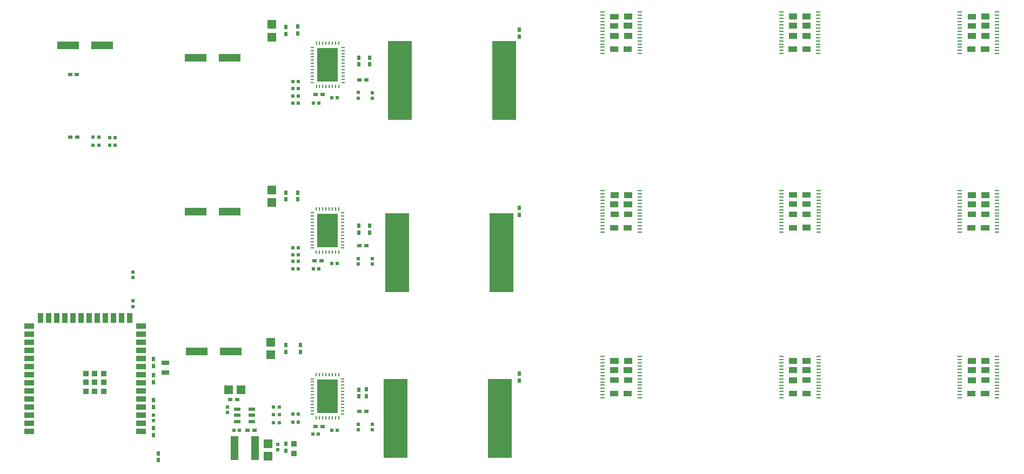
<source format=gbr>
%TF.GenerationSoftware,KiCad,Pcbnew,9.0.5*%
%TF.CreationDate,2025-10-28T20:55:24+05:00*%
%TF.ProjectId,LV08,4c563038-2e6b-4696-9361-645f70636258,rev?*%
%TF.SameCoordinates,Original*%
%TF.FileFunction,Paste,Top*%
%TF.FilePolarity,Positive*%
%FSLAX46Y46*%
G04 Gerber Fmt 4.6, Leading zero omitted, Abs format (unit mm)*
G04 Created by KiCad (PCBNEW 9.0.5) date 2025-10-28 20:55:24*
%MOMM*%
%LPD*%
G01*
G04 APERTURE LIST*
%ADD10C,0.001000*%
%ADD11R,0.540005X0.790094*%
%ADD12R,0.792000X0.221000*%
%ADD13R,1.350013X1.410008*%
%ADD14R,1.300000X0.700000*%
%ADD15R,0.540005X0.565659*%
%ADD16R,3.500000X1.200000*%
%ADD17R,0.565659X0.540005*%
%ADD18R,0.600000X0.250013*%
%ADD19R,0.250013X0.600000*%
%ADD20R,3.300000X5.300000*%
%ADD21R,1.072009X0.532004*%
%ADD22R,0.790094X0.540005*%
%ADD23R,1.500000X0.900000*%
%ADD24R,0.900000X1.500000*%
%ADD25R,0.900000X0.900000*%
%ADD26R,3.825019X12.350013*%
%ADD27R,3.825019X12.320015*%
%ADD28R,1.410008X1.350013*%
%ADD29R,0.864008X0.806477*%
%ADD30R,1.300000X3.700000*%
G04 APERTURE END LIST*
%TO.C,U17*%
D10*
X153563460Y-73438846D02*
X152363460Y-73438846D01*
X152363460Y-72648846D01*
X153563460Y-72648846D01*
X153563460Y-73438846D01*
G36*
X153563460Y-73438846D02*
G01*
X152363460Y-73438846D01*
X152363460Y-72648846D01*
X153563460Y-72648846D01*
X153563460Y-73438846D01*
G37*
X153593460Y-69768846D02*
X152393460Y-69768846D01*
X152393460Y-68978846D01*
X153593460Y-68978846D01*
X153593460Y-69768846D01*
G36*
X153593460Y-69768846D02*
G01*
X152393460Y-69768846D01*
X152393460Y-68978846D01*
X153593460Y-68978846D01*
X153593460Y-69768846D01*
G37*
X153613460Y-68328846D02*
X152413460Y-68328846D01*
X152413460Y-67538846D01*
X153613460Y-67538846D01*
X153613460Y-68328846D01*
G36*
X153613460Y-68328846D02*
G01*
X152413460Y-68328846D01*
X152413460Y-67538846D01*
X153613460Y-67538846D01*
X153613460Y-68328846D01*
G37*
X153613460Y-71358846D02*
X152413460Y-71358846D01*
X152413460Y-70568846D01*
X153613460Y-70568846D01*
X153613460Y-71358846D01*
G36*
X153613460Y-71358846D02*
G01*
X152413460Y-71358846D01*
X152413460Y-70568846D01*
X153613460Y-70568846D01*
X153613460Y-71358846D01*
G37*
X155693460Y-73433846D02*
X154493460Y-73433846D01*
X154493460Y-72643846D01*
X155693460Y-72643846D01*
X155693460Y-73433846D01*
G36*
X155693460Y-73433846D02*
G01*
X154493460Y-73433846D01*
X154493460Y-72643846D01*
X155693460Y-72643846D01*
X155693460Y-73433846D01*
G37*
X155723460Y-69763846D02*
X154523460Y-69763846D01*
X154523460Y-68973846D01*
X155723460Y-68973846D01*
X155723460Y-69763846D01*
G36*
X155723460Y-69763846D02*
G01*
X154523460Y-69763846D01*
X154523460Y-68973846D01*
X155723460Y-68973846D01*
X155723460Y-69763846D01*
G37*
X155743460Y-68323846D02*
X154543460Y-68323846D01*
X154543460Y-67533846D01*
X155743460Y-67533846D01*
X155743460Y-68323846D01*
G36*
X155743460Y-68323846D02*
G01*
X154543460Y-68323846D01*
X154543460Y-67533846D01*
X155743460Y-67533846D01*
X155743460Y-68323846D01*
G37*
X155743460Y-71353846D02*
X154543460Y-71353846D01*
X154543460Y-70563846D01*
X155743460Y-70563846D01*
X155743460Y-71353846D01*
G36*
X155743460Y-71353846D02*
G01*
X154543460Y-71353846D01*
X154543460Y-70563846D01*
X155743460Y-70563846D01*
X155743460Y-71353846D01*
G37*
%TO.C,U14*%
X153553529Y-45432806D02*
X152353529Y-45432806D01*
X152353529Y-44642806D01*
X153553529Y-44642806D01*
X153553529Y-45432806D01*
G36*
X153553529Y-45432806D02*
G01*
X152353529Y-45432806D01*
X152353529Y-44642806D01*
X153553529Y-44642806D01*
X153553529Y-45432806D01*
G37*
X153583529Y-41762806D02*
X152383529Y-41762806D01*
X152383529Y-40972806D01*
X153583529Y-40972806D01*
X153583529Y-41762806D01*
G36*
X153583529Y-41762806D02*
G01*
X152383529Y-41762806D01*
X152383529Y-40972806D01*
X153583529Y-40972806D01*
X153583529Y-41762806D01*
G37*
X153603529Y-40322806D02*
X152403529Y-40322806D01*
X152403529Y-39532806D01*
X153603529Y-39532806D01*
X153603529Y-40322806D01*
G36*
X153603529Y-40322806D02*
G01*
X152403529Y-40322806D01*
X152403529Y-39532806D01*
X153603529Y-39532806D01*
X153603529Y-40322806D01*
G37*
X153603529Y-43352806D02*
X152403529Y-43352806D01*
X152403529Y-42562806D01*
X153603529Y-42562806D01*
X153603529Y-43352806D01*
G36*
X153603529Y-43352806D02*
G01*
X152403529Y-43352806D01*
X152403529Y-42562806D01*
X153603529Y-42562806D01*
X153603529Y-43352806D01*
G37*
X155683529Y-45427806D02*
X154483529Y-45427806D01*
X154483529Y-44637806D01*
X155683529Y-44637806D01*
X155683529Y-45427806D01*
G36*
X155683529Y-45427806D02*
G01*
X154483529Y-45427806D01*
X154483529Y-44637806D01*
X155683529Y-44637806D01*
X155683529Y-45427806D01*
G37*
X155713529Y-41757806D02*
X154513529Y-41757806D01*
X154513529Y-40967806D01*
X155713529Y-40967806D01*
X155713529Y-41757806D01*
G36*
X155713529Y-41757806D02*
G01*
X154513529Y-41757806D01*
X154513529Y-40967806D01*
X155713529Y-40967806D01*
X155713529Y-41757806D01*
G37*
X155733529Y-40317806D02*
X154533529Y-40317806D01*
X154533529Y-39527806D01*
X155733529Y-39527806D01*
X155733529Y-40317806D01*
G36*
X155733529Y-40317806D02*
G01*
X154533529Y-40317806D01*
X154533529Y-39527806D01*
X155733529Y-39527806D01*
X155733529Y-40317806D01*
G37*
X155733529Y-43347806D02*
X154533529Y-43347806D01*
X154533529Y-42557806D01*
X155733529Y-42557806D01*
X155733529Y-43347806D01*
G36*
X155733529Y-43347806D02*
G01*
X154533529Y-43347806D01*
X154533529Y-42557806D01*
X155733529Y-42557806D01*
X155733529Y-43347806D01*
G37*
%TO.C,U23*%
X181554356Y-99439780D02*
X180354356Y-99439780D01*
X180354356Y-98649780D01*
X181554356Y-98649780D01*
X181554356Y-99439780D01*
G36*
X181554356Y-99439780D02*
G01*
X180354356Y-99439780D01*
X180354356Y-98649780D01*
X181554356Y-98649780D01*
X181554356Y-99439780D01*
G37*
X181584356Y-95769780D02*
X180384356Y-95769780D01*
X180384356Y-94979780D01*
X181584356Y-94979780D01*
X181584356Y-95769780D01*
G36*
X181584356Y-95769780D02*
G01*
X180384356Y-95769780D01*
X180384356Y-94979780D01*
X181584356Y-94979780D01*
X181584356Y-95769780D01*
G37*
X181604356Y-94329780D02*
X180404356Y-94329780D01*
X180404356Y-93539780D01*
X181604356Y-93539780D01*
X181604356Y-94329780D01*
G36*
X181604356Y-94329780D02*
G01*
X180404356Y-94329780D01*
X180404356Y-93539780D01*
X181604356Y-93539780D01*
X181604356Y-94329780D01*
G37*
X181604356Y-97359780D02*
X180404356Y-97359780D01*
X180404356Y-96569780D01*
X181604356Y-96569780D01*
X181604356Y-97359780D01*
G36*
X181604356Y-97359780D02*
G01*
X180404356Y-97359780D01*
X180404356Y-96569780D01*
X181604356Y-96569780D01*
X181604356Y-97359780D01*
G37*
X183684356Y-99434780D02*
X182484356Y-99434780D01*
X182484356Y-98644780D01*
X183684356Y-98644780D01*
X183684356Y-99434780D01*
G36*
X183684356Y-99434780D02*
G01*
X182484356Y-99434780D01*
X182484356Y-98644780D01*
X183684356Y-98644780D01*
X183684356Y-99434780D01*
G37*
X183714356Y-95764780D02*
X182514356Y-95764780D01*
X182514356Y-94974780D01*
X183714356Y-94974780D01*
X183714356Y-95764780D01*
G36*
X183714356Y-95764780D02*
G01*
X182514356Y-95764780D01*
X182514356Y-94974780D01*
X183714356Y-94974780D01*
X183714356Y-95764780D01*
G37*
X183734356Y-94324780D02*
X182534356Y-94324780D01*
X182534356Y-93534780D01*
X183734356Y-93534780D01*
X183734356Y-94324780D01*
G36*
X183734356Y-94324780D02*
G01*
X182534356Y-94324780D01*
X182534356Y-93534780D01*
X183734356Y-93534780D01*
X183734356Y-94324780D01*
G37*
X183734356Y-97354780D02*
X182534356Y-97354780D01*
X182534356Y-96564780D01*
X183734356Y-96564780D01*
X183734356Y-97354780D01*
G36*
X183734356Y-97354780D02*
G01*
X182534356Y-97354780D01*
X182534356Y-96564780D01*
X183734356Y-96564780D01*
X183734356Y-97354780D01*
G37*
%TO.C,U12*%
X209549876Y-45433641D02*
X208349876Y-45433641D01*
X208349876Y-44643641D01*
X209549876Y-44643641D01*
X209549876Y-45433641D01*
G36*
X209549876Y-45433641D02*
G01*
X208349876Y-45433641D01*
X208349876Y-44643641D01*
X209549876Y-44643641D01*
X209549876Y-45433641D01*
G37*
X209579876Y-41763641D02*
X208379876Y-41763641D01*
X208379876Y-40973641D01*
X209579876Y-40973641D01*
X209579876Y-41763641D01*
G36*
X209579876Y-41763641D02*
G01*
X208379876Y-41763641D01*
X208379876Y-40973641D01*
X209579876Y-40973641D01*
X209579876Y-41763641D01*
G37*
X209599876Y-40323641D02*
X208399876Y-40323641D01*
X208399876Y-39533641D01*
X209599876Y-39533641D01*
X209599876Y-40323641D01*
G36*
X209599876Y-40323641D02*
G01*
X208399876Y-40323641D01*
X208399876Y-39533641D01*
X209599876Y-39533641D01*
X209599876Y-40323641D01*
G37*
X209599876Y-43353641D02*
X208399876Y-43353641D01*
X208399876Y-42563641D01*
X209599876Y-42563641D01*
X209599876Y-43353641D01*
G36*
X209599876Y-43353641D02*
G01*
X208399876Y-43353641D01*
X208399876Y-42563641D01*
X209599876Y-42563641D01*
X209599876Y-43353641D01*
G37*
X211679876Y-45428641D02*
X210479876Y-45428641D01*
X210479876Y-44638641D01*
X211679876Y-44638641D01*
X211679876Y-45428641D01*
G36*
X211679876Y-45428641D02*
G01*
X210479876Y-45428641D01*
X210479876Y-44638641D01*
X211679876Y-44638641D01*
X211679876Y-45428641D01*
G37*
X211709876Y-41758641D02*
X210509876Y-41758641D01*
X210509876Y-40968641D01*
X211709876Y-40968641D01*
X211709876Y-41758641D01*
G36*
X211709876Y-41758641D02*
G01*
X210509876Y-41758641D01*
X210509876Y-40968641D01*
X211709876Y-40968641D01*
X211709876Y-41758641D01*
G37*
X211729876Y-40318641D02*
X210529876Y-40318641D01*
X210529876Y-39528641D01*
X211729876Y-39528641D01*
X211729876Y-40318641D01*
G36*
X211729876Y-40318641D02*
G01*
X210529876Y-40318641D01*
X210529876Y-39528641D01*
X211729876Y-39528641D01*
X211729876Y-40318641D01*
G37*
X211729876Y-43348641D02*
X210529876Y-43348641D01*
X210529876Y-42558641D01*
X211729876Y-42558641D01*
X211729876Y-43348641D01*
G36*
X211729876Y-43348641D02*
G01*
X210529876Y-43348641D01*
X210529876Y-42558641D01*
X211729876Y-42558641D01*
X211729876Y-43348641D01*
G37*
%TO.C,U16*%
X181554556Y-73428249D02*
X180354556Y-73428249D01*
X180354556Y-72638249D01*
X181554556Y-72638249D01*
X181554556Y-73428249D01*
G36*
X181554556Y-73428249D02*
G01*
X180354556Y-73428249D01*
X180354556Y-72638249D01*
X181554556Y-72638249D01*
X181554556Y-73428249D01*
G37*
X181584556Y-69758249D02*
X180384556Y-69758249D01*
X180384556Y-68968249D01*
X181584556Y-68968249D01*
X181584556Y-69758249D01*
G36*
X181584556Y-69758249D02*
G01*
X180384556Y-69758249D01*
X180384556Y-68968249D01*
X181584556Y-68968249D01*
X181584556Y-69758249D01*
G37*
X181604556Y-68318249D02*
X180404556Y-68318249D01*
X180404556Y-67528249D01*
X181604556Y-67528249D01*
X181604556Y-68318249D01*
G36*
X181604556Y-68318249D02*
G01*
X180404556Y-68318249D01*
X180404556Y-67528249D01*
X181604556Y-67528249D01*
X181604556Y-68318249D01*
G37*
X181604556Y-71348249D02*
X180404556Y-71348249D01*
X180404556Y-70558249D01*
X181604556Y-70558249D01*
X181604556Y-71348249D01*
G36*
X181604556Y-71348249D02*
G01*
X180404556Y-71348249D01*
X180404556Y-70558249D01*
X181604556Y-70558249D01*
X181604556Y-71348249D01*
G37*
X183684556Y-73423249D02*
X182484556Y-73423249D01*
X182484556Y-72633249D01*
X183684556Y-72633249D01*
X183684556Y-73423249D01*
G36*
X183684556Y-73423249D02*
G01*
X182484556Y-73423249D01*
X182484556Y-72633249D01*
X183684556Y-72633249D01*
X183684556Y-73423249D01*
G37*
X183714556Y-69753249D02*
X182514556Y-69753249D01*
X182514556Y-68963249D01*
X183714556Y-68963249D01*
X183714556Y-69753249D01*
G36*
X183714556Y-69753249D02*
G01*
X182514556Y-69753249D01*
X182514556Y-68963249D01*
X183714556Y-68963249D01*
X183714556Y-69753249D01*
G37*
X183734556Y-68313249D02*
X182534556Y-68313249D01*
X182534556Y-67523249D01*
X183734556Y-67523249D01*
X183734556Y-68313249D01*
G36*
X183734556Y-68313249D02*
G01*
X182534556Y-68313249D01*
X182534556Y-67523249D01*
X183734556Y-67523249D01*
X183734556Y-68313249D01*
G37*
X183734556Y-71343249D02*
X182534556Y-71343249D01*
X182534556Y-70553249D01*
X183734556Y-70553249D01*
X183734556Y-71343249D01*
G36*
X183734556Y-71343249D02*
G01*
X182534556Y-71343249D01*
X182534556Y-70553249D01*
X183734556Y-70553249D01*
X183734556Y-71343249D01*
G37*
%TO.C,U15*%
X209549999Y-73435734D02*
X208349999Y-73435734D01*
X208349999Y-72645734D01*
X209549999Y-72645734D01*
X209549999Y-73435734D01*
G36*
X209549999Y-73435734D02*
G01*
X208349999Y-73435734D01*
X208349999Y-72645734D01*
X209549999Y-72645734D01*
X209549999Y-73435734D01*
G37*
X209579999Y-69765734D02*
X208379999Y-69765734D01*
X208379999Y-68975734D01*
X209579999Y-68975734D01*
X209579999Y-69765734D01*
G36*
X209579999Y-69765734D02*
G01*
X208379999Y-69765734D01*
X208379999Y-68975734D01*
X209579999Y-68975734D01*
X209579999Y-69765734D01*
G37*
X209599999Y-68325734D02*
X208399999Y-68325734D01*
X208399999Y-67535734D01*
X209599999Y-67535734D01*
X209599999Y-68325734D01*
G36*
X209599999Y-68325734D02*
G01*
X208399999Y-68325734D01*
X208399999Y-67535734D01*
X209599999Y-67535734D01*
X209599999Y-68325734D01*
G37*
X209599999Y-71355734D02*
X208399999Y-71355734D01*
X208399999Y-70565734D01*
X209599999Y-70565734D01*
X209599999Y-71355734D01*
G36*
X209599999Y-71355734D02*
G01*
X208399999Y-71355734D01*
X208399999Y-70565734D01*
X209599999Y-70565734D01*
X209599999Y-71355734D01*
G37*
X211679999Y-73430734D02*
X210479999Y-73430734D01*
X210479999Y-72640734D01*
X211679999Y-72640734D01*
X211679999Y-73430734D01*
G36*
X211679999Y-73430734D02*
G01*
X210479999Y-73430734D01*
X210479999Y-72640734D01*
X211679999Y-72640734D01*
X211679999Y-73430734D01*
G37*
X211709999Y-69760734D02*
X210509999Y-69760734D01*
X210509999Y-68970734D01*
X211709999Y-68970734D01*
X211709999Y-69760734D01*
G36*
X211709999Y-69760734D02*
G01*
X210509999Y-69760734D01*
X210509999Y-68970734D01*
X211709999Y-68970734D01*
X211709999Y-69760734D01*
G37*
X211729999Y-68320734D02*
X210529999Y-68320734D01*
X210529999Y-67530734D01*
X211729999Y-67530734D01*
X211729999Y-68320734D01*
G36*
X211729999Y-68320734D02*
G01*
X210529999Y-68320734D01*
X210529999Y-67530734D01*
X211729999Y-67530734D01*
X211729999Y-68320734D01*
G37*
X211729999Y-71350734D02*
X210529999Y-71350734D01*
X210529999Y-70560734D01*
X211729999Y-70560734D01*
X211729999Y-71350734D01*
G36*
X211729999Y-71350734D02*
G01*
X210529999Y-71350734D01*
X210529999Y-70560734D01*
X211729999Y-70560734D01*
X211729999Y-71350734D01*
G37*
%TO.C,U22*%
X209550280Y-99440663D02*
X208350280Y-99440663D01*
X208350280Y-98650663D01*
X209550280Y-98650663D01*
X209550280Y-99440663D01*
G36*
X209550280Y-99440663D02*
G01*
X208350280Y-99440663D01*
X208350280Y-98650663D01*
X209550280Y-98650663D01*
X209550280Y-99440663D01*
G37*
X209580280Y-95770663D02*
X208380280Y-95770663D01*
X208380280Y-94980663D01*
X209580280Y-94980663D01*
X209580280Y-95770663D01*
G36*
X209580280Y-95770663D02*
G01*
X208380280Y-95770663D01*
X208380280Y-94980663D01*
X209580280Y-94980663D01*
X209580280Y-95770663D01*
G37*
X209600280Y-94330663D02*
X208400280Y-94330663D01*
X208400280Y-93540663D01*
X209600280Y-93540663D01*
X209600280Y-94330663D01*
G36*
X209600280Y-94330663D02*
G01*
X208400280Y-94330663D01*
X208400280Y-93540663D01*
X209600280Y-93540663D01*
X209600280Y-94330663D01*
G37*
X209600280Y-97360663D02*
X208400280Y-97360663D01*
X208400280Y-96570663D01*
X209600280Y-96570663D01*
X209600280Y-97360663D01*
G36*
X209600280Y-97360663D02*
G01*
X208400280Y-97360663D01*
X208400280Y-96570663D01*
X209600280Y-96570663D01*
X209600280Y-97360663D01*
G37*
X211680280Y-99435663D02*
X210480280Y-99435663D01*
X210480280Y-98645663D01*
X211680280Y-98645663D01*
X211680280Y-99435663D01*
G36*
X211680280Y-99435663D02*
G01*
X210480280Y-99435663D01*
X210480280Y-98645663D01*
X211680280Y-98645663D01*
X211680280Y-99435663D01*
G37*
X211710280Y-95765663D02*
X210510280Y-95765663D01*
X210510280Y-94975663D01*
X211710280Y-94975663D01*
X211710280Y-95765663D01*
G36*
X211710280Y-95765663D02*
G01*
X210510280Y-95765663D01*
X210510280Y-94975663D01*
X211710280Y-94975663D01*
X211710280Y-95765663D01*
G37*
X211730280Y-94325663D02*
X210530280Y-94325663D01*
X210530280Y-93535663D01*
X211730280Y-93535663D01*
X211730280Y-94325663D01*
G36*
X211730280Y-94325663D02*
G01*
X210530280Y-94325663D01*
X210530280Y-93535663D01*
X211730280Y-93535663D01*
X211730280Y-94325663D01*
G37*
X211730280Y-97355663D02*
X210530280Y-97355663D01*
X210530280Y-96565663D01*
X211730280Y-96565663D01*
X211730280Y-97355663D01*
G36*
X211730280Y-97355663D02*
G01*
X210530280Y-97355663D01*
X210530280Y-96565663D01*
X211730280Y-96565663D01*
X211730280Y-97355663D01*
G37*
%TO.C,U13*%
X181537597Y-45429575D02*
X180337597Y-45429575D01*
X180337597Y-44639575D01*
X181537597Y-44639575D01*
X181537597Y-45429575D01*
G36*
X181537597Y-45429575D02*
G01*
X180337597Y-45429575D01*
X180337597Y-44639575D01*
X181537597Y-44639575D01*
X181537597Y-45429575D01*
G37*
X181567597Y-41759575D02*
X180367597Y-41759575D01*
X180367597Y-40969575D01*
X181567597Y-40969575D01*
X181567597Y-41759575D01*
G36*
X181567597Y-41759575D02*
G01*
X180367597Y-41759575D01*
X180367597Y-40969575D01*
X181567597Y-40969575D01*
X181567597Y-41759575D01*
G37*
X181587597Y-40319575D02*
X180387597Y-40319575D01*
X180387597Y-39529575D01*
X181587597Y-39529575D01*
X181587597Y-40319575D01*
G36*
X181587597Y-40319575D02*
G01*
X180387597Y-40319575D01*
X180387597Y-39529575D01*
X181587597Y-39529575D01*
X181587597Y-40319575D01*
G37*
X181587597Y-43349575D02*
X180387597Y-43349575D01*
X180387597Y-42559575D01*
X181587597Y-42559575D01*
X181587597Y-43349575D01*
G36*
X181587597Y-43349575D02*
G01*
X180387597Y-43349575D01*
X180387597Y-42559575D01*
X181587597Y-42559575D01*
X181587597Y-43349575D01*
G37*
X183667597Y-45424575D02*
X182467597Y-45424575D01*
X182467597Y-44634575D01*
X183667597Y-44634575D01*
X183667597Y-45424575D01*
G36*
X183667597Y-45424575D02*
G01*
X182467597Y-45424575D01*
X182467597Y-44634575D01*
X183667597Y-44634575D01*
X183667597Y-45424575D01*
G37*
X183697597Y-41754575D02*
X182497597Y-41754575D01*
X182497597Y-40964575D01*
X183697597Y-40964575D01*
X183697597Y-41754575D01*
G36*
X183697597Y-41754575D02*
G01*
X182497597Y-41754575D01*
X182497597Y-40964575D01*
X183697597Y-40964575D01*
X183697597Y-41754575D01*
G37*
X183717597Y-40314575D02*
X182517597Y-40314575D01*
X182517597Y-39524575D01*
X183717597Y-39524575D01*
X183717597Y-40314575D01*
G36*
X183717597Y-40314575D02*
G01*
X182517597Y-40314575D01*
X182517597Y-39524575D01*
X183717597Y-39524575D01*
X183717597Y-40314575D01*
G37*
X183717597Y-43344575D02*
X182517597Y-43344575D01*
X182517597Y-42554575D01*
X183717597Y-42554575D01*
X183717597Y-43344575D01*
G36*
X183717597Y-43344575D02*
G01*
X182517597Y-43344575D01*
X182517597Y-42554575D01*
X183717597Y-42554575D01*
X183717597Y-43344575D01*
G37*
%TO.C,U24*%
X153554331Y-99435325D02*
X152354331Y-99435325D01*
X152354331Y-98645325D01*
X153554331Y-98645325D01*
X153554331Y-99435325D01*
G36*
X153554331Y-99435325D02*
G01*
X152354331Y-99435325D01*
X152354331Y-98645325D01*
X153554331Y-98645325D01*
X153554331Y-99435325D01*
G37*
X153584331Y-95765325D02*
X152384331Y-95765325D01*
X152384331Y-94975325D01*
X153584331Y-94975325D01*
X153584331Y-95765325D01*
G36*
X153584331Y-95765325D02*
G01*
X152384331Y-95765325D01*
X152384331Y-94975325D01*
X153584331Y-94975325D01*
X153584331Y-95765325D01*
G37*
X153604331Y-94325325D02*
X152404331Y-94325325D01*
X152404331Y-93535325D01*
X153604331Y-93535325D01*
X153604331Y-94325325D01*
G36*
X153604331Y-94325325D02*
G01*
X152404331Y-94325325D01*
X152404331Y-93535325D01*
X153604331Y-93535325D01*
X153604331Y-94325325D01*
G37*
X153604331Y-97355325D02*
X152404331Y-97355325D01*
X152404331Y-96565325D01*
X153604331Y-96565325D01*
X153604331Y-97355325D01*
G36*
X153604331Y-97355325D02*
G01*
X152404331Y-97355325D01*
X152404331Y-96565325D01*
X153604331Y-96565325D01*
X153604331Y-97355325D01*
G37*
X155684331Y-99430325D02*
X154484331Y-99430325D01*
X154484331Y-98640325D01*
X155684331Y-98640325D01*
X155684331Y-99430325D01*
G36*
X155684331Y-99430325D02*
G01*
X154484331Y-99430325D01*
X154484331Y-98640325D01*
X155684331Y-98640325D01*
X155684331Y-99430325D01*
G37*
X155714331Y-95760325D02*
X154514331Y-95760325D01*
X154514331Y-94970325D01*
X155714331Y-94970325D01*
X155714331Y-95760325D01*
G36*
X155714331Y-95760325D02*
G01*
X154514331Y-95760325D01*
X154514331Y-94970325D01*
X155714331Y-94970325D01*
X155714331Y-95760325D01*
G37*
X155734331Y-94320325D02*
X154534331Y-94320325D01*
X154534331Y-93530325D01*
X155734331Y-93530325D01*
X155734331Y-94320325D01*
G36*
X155734331Y-94320325D02*
G01*
X154534331Y-94320325D01*
X154534331Y-93530325D01*
X155734331Y-93530325D01*
X155734331Y-94320325D01*
G37*
X155734331Y-97350325D02*
X154534331Y-97350325D01*
X154534331Y-96560325D01*
X155734331Y-96560325D01*
X155734331Y-97350325D01*
G36*
X155734331Y-97350325D02*
G01*
X154534331Y-97350325D01*
X154534331Y-96560325D01*
X155734331Y-96560325D01*
X155734331Y-97350325D01*
G37*
%TD*%
D11*
%TO.C,C80*%
X81600000Y-109545085D03*
X81600000Y-108454915D03*
%TD*%
%TO.C,C29*%
X101600000Y-67559830D03*
X101600000Y-68650000D03*
%TD*%
D12*
%TO.C,U17*%
X157029460Y-73791846D03*
X157029460Y-73289846D03*
X157029460Y-72787846D03*
X157029460Y-72285846D03*
X157029460Y-71783846D03*
X157029460Y-71281846D03*
X157029460Y-70779846D03*
X157029460Y-70277846D03*
X157029460Y-69775846D03*
X157029460Y-69273846D03*
X157029460Y-68771846D03*
X157029460Y-68269846D03*
X157029460Y-67767846D03*
X157029460Y-67265846D03*
X151197460Y-67278846D03*
X151197460Y-67778846D03*
X151197460Y-68278846D03*
X151197460Y-68778846D03*
X151197460Y-69278846D03*
X151197460Y-69775846D03*
X151197460Y-70278846D03*
X151197460Y-70779846D03*
X151197460Y-71281846D03*
X151197460Y-71783846D03*
X151197460Y-72285846D03*
X151197460Y-72778846D03*
X151197460Y-73289846D03*
X151197460Y-73778846D03*
%TD*%
D13*
%TO.C,C2*%
X99400000Y-41225000D03*
X99400000Y-43225000D03*
%TD*%
D14*
%TO.C,Y1*%
X82700000Y-95799987D03*
X82700000Y-94299987D03*
%TD*%
D15*
%TO.C,R47*%
X112887533Y-103900888D03*
X112887533Y-104766522D03*
%TD*%
D16*
%TO.C,C85*%
X72820053Y-44525000D03*
X67479947Y-44525000D03*
%TD*%
D11*
%TO.C,C65*%
X114200000Y-98459830D03*
X114200000Y-99550000D03*
%TD*%
D17*
%TO.C,R59*%
X71365839Y-60123396D03*
X72231473Y-60123396D03*
%TD*%
D18*
%TO.C,U2*%
X110497759Y-76273529D03*
X110497759Y-75773657D03*
X110497759Y-75273529D03*
X110497759Y-74773657D03*
X110497759Y-74273529D03*
X110497759Y-73773657D03*
X110497759Y-73273529D03*
X110497759Y-72773657D03*
X110497759Y-72273529D03*
X110497759Y-71773657D03*
X110497759Y-71273529D03*
X110497759Y-70773657D03*
D19*
X109847772Y-70123669D03*
X109347645Y-70123669D03*
X108847772Y-70123669D03*
X108347645Y-70123669D03*
X107847772Y-70123669D03*
X107347645Y-70123669D03*
X106847772Y-70123669D03*
X106347645Y-70123669D03*
D18*
X105697658Y-70773657D03*
X105697658Y-71273529D03*
X105697658Y-71773657D03*
X105697658Y-72273529D03*
X105697658Y-72773657D03*
X105697658Y-73273529D03*
X105697658Y-73773657D03*
X105697658Y-74273529D03*
X105697658Y-74773657D03*
X105697658Y-75273529D03*
X105697658Y-75773657D03*
X105697658Y-76273529D03*
D19*
X106347645Y-76923517D03*
X106847772Y-76923517D03*
X107347645Y-76923517D03*
X107847772Y-76923517D03*
X108347645Y-76923517D03*
X108847772Y-76923517D03*
X109347645Y-76923517D03*
X109847772Y-76923517D03*
D20*
X108097709Y-73523720D03*
%TD*%
D15*
%TO.C,R52*%
X80800000Y-102467183D03*
X80800000Y-103332817D03*
%TD*%
D13*
%TO.C,C265*%
X98750000Y-106950000D03*
X98750000Y-108950000D03*
%TD*%
D11*
%TO.C,C41*%
X138100000Y-70004915D03*
X138100000Y-71095085D03*
%TD*%
D15*
%TO.C,R4*%
X115100000Y-51900000D03*
X115100000Y-52765634D03*
%TD*%
%TO.C,R56*%
X77600000Y-84567183D03*
X77600000Y-85432817D03*
%TD*%
D17*
%TO.C,R143*%
X99654090Y-103627538D03*
X100519724Y-103627538D03*
%TD*%
D12*
%TO.C,U14*%
X157019529Y-45785806D03*
X157019529Y-45283806D03*
X157019529Y-44781806D03*
X157019529Y-44279806D03*
X157019529Y-43777806D03*
X157019529Y-43275806D03*
X157019529Y-42773806D03*
X157019529Y-42271806D03*
X157019529Y-41769806D03*
X157019529Y-41267806D03*
X157019529Y-40765806D03*
X157019529Y-40263806D03*
X157019529Y-39761806D03*
X157019529Y-39259806D03*
X151187529Y-39272806D03*
X151187529Y-39772806D03*
X151187529Y-40272806D03*
X151187529Y-40772806D03*
X151187529Y-41272806D03*
X151187529Y-41769806D03*
X151187529Y-42272806D03*
X151187529Y-42773806D03*
X151187529Y-43275806D03*
X151187529Y-43777806D03*
X151187529Y-44279806D03*
X151187529Y-44772806D03*
X151187529Y-45283806D03*
X151187529Y-45772806D03*
%TD*%
D21*
%TO.C,U27*%
X96244792Y-103468478D03*
X96244792Y-102518516D03*
X96244792Y-101568554D03*
X93946596Y-101568554D03*
X93946596Y-102518516D03*
X93946596Y-103468478D03*
%TD*%
D17*
%TO.C,R136*%
X102663546Y-79530814D03*
X103529180Y-79530814D03*
%TD*%
%TO.C,R134*%
X102657727Y-77296043D03*
X103523361Y-77296043D03*
%TD*%
%TO.C,R3*%
X105860490Y-53527141D03*
X106726124Y-53527141D03*
%TD*%
D22*
%TO.C,C22*%
X96639814Y-104819569D03*
X95549644Y-104819569D03*
%TD*%
D12*
%TO.C,U23*%
X185020356Y-99792780D03*
X185020356Y-99290780D03*
X185020356Y-98788780D03*
X185020356Y-98286780D03*
X185020356Y-97784780D03*
X185020356Y-97282780D03*
X185020356Y-96780780D03*
X185020356Y-96278780D03*
X185020356Y-95776780D03*
X185020356Y-95274780D03*
X185020356Y-94772780D03*
X185020356Y-94270780D03*
X185020356Y-93768780D03*
X185020356Y-93266780D03*
X179188356Y-93279780D03*
X179188356Y-93779780D03*
X179188356Y-94279780D03*
X179188356Y-94779780D03*
X179188356Y-95279780D03*
X179188356Y-95776780D03*
X179188356Y-96279780D03*
X179188356Y-96780780D03*
X179188356Y-97282780D03*
X179188356Y-97784780D03*
X179188356Y-98286780D03*
X179188356Y-98779780D03*
X179188356Y-99290780D03*
X179188356Y-99779780D03*
%TD*%
D22*
%TO.C,C263*%
X114146591Y-101918715D03*
X113056421Y-101918715D03*
%TD*%
D11*
%TO.C,C32*%
X114675000Y-72784830D03*
X114675000Y-73875000D03*
%TD*%
%TO.C,C9*%
X114720400Y-46398030D03*
X114720400Y-47488200D03*
%TD*%
%TO.C,C12*%
X138100000Y-42004915D03*
X138100000Y-43095085D03*
%TD*%
D12*
%TO.C,U12*%
X213015876Y-45786641D03*
X213015876Y-45284641D03*
X213015876Y-44782641D03*
X213015876Y-44280641D03*
X213015876Y-43778641D03*
X213015876Y-43276641D03*
X213015876Y-42774641D03*
X213015876Y-42272641D03*
X213015876Y-41770641D03*
X213015876Y-41268641D03*
X213015876Y-40766641D03*
X213015876Y-40264641D03*
X213015876Y-39762641D03*
X213015876Y-39260641D03*
X207183876Y-39273641D03*
X207183876Y-39773641D03*
X207183876Y-40273641D03*
X207183876Y-40773641D03*
X207183876Y-41273641D03*
X207183876Y-41770641D03*
X207183876Y-42273641D03*
X207183876Y-42774641D03*
X207183876Y-43276641D03*
X207183876Y-43778641D03*
X207183876Y-44280641D03*
X207183876Y-44773641D03*
X207183876Y-45284641D03*
X207183876Y-45773641D03*
%TD*%
D11*
%TO.C,C264*%
X101550000Y-107000000D03*
X101550000Y-108090170D03*
%TD*%
D17*
%TO.C,R62*%
X73960349Y-58926343D03*
X74825983Y-58926343D03*
%TD*%
D22*
%TO.C,C86*%
X68840170Y-49050000D03*
X67750000Y-49050000D03*
%TD*%
D23*
%TO.C,U7*%
X78848382Y-105043795D03*
X78848382Y-103773792D03*
X78848382Y-102503790D03*
X78848382Y-101233787D03*
X78848382Y-99963785D03*
X78848382Y-98693782D03*
X78848382Y-97423780D03*
X78848382Y-96153777D03*
X78848382Y-94883774D03*
X78848382Y-93613772D03*
X78848382Y-92343769D03*
X78848382Y-91073767D03*
X78848382Y-89803764D03*
X78848382Y-88533762D03*
D24*
X77083332Y-87253853D03*
X75813329Y-87253853D03*
X74543327Y-87253853D03*
X73273324Y-87253853D03*
X72003322Y-87253853D03*
X70733319Y-87253853D03*
X69463317Y-87253853D03*
X68193314Y-87253853D03*
X66923312Y-87253853D03*
X65653309Y-87253853D03*
X64383307Y-87253853D03*
X63113304Y-87283825D03*
D23*
X61348254Y-88533762D03*
X61348254Y-89803764D03*
X61348254Y-91073767D03*
X61348254Y-92343769D03*
X61348254Y-93613772D03*
X61348254Y-94883774D03*
X61348254Y-96153777D03*
X61348254Y-97423780D03*
X61348254Y-98693782D03*
X61348254Y-99963785D03*
X61348254Y-101233787D03*
X61348254Y-102503790D03*
X61348254Y-103773792D03*
X61348254Y-105043795D03*
D25*
X72998496Y-98723754D03*
X72998496Y-97323703D03*
X72998496Y-95923653D03*
X71598445Y-98723754D03*
X71598445Y-97323703D03*
X71598445Y-95923653D03*
X70198394Y-98723754D03*
X70198394Y-97323703D03*
X70198394Y-95923653D03*
%TD*%
D17*
%TO.C,R44*%
X108772679Y-104830063D03*
X109638313Y-104830063D03*
%TD*%
D26*
%TO.C,L1*%
X119444908Y-50000000D03*
D27*
X135800000Y-50000000D03*
%TD*%
D17*
%TO.C,R14*%
X102667183Y-50200000D03*
X103532817Y-50200000D03*
%TD*%
D11*
%TO.C,C79*%
X80800000Y-100104915D03*
X80800000Y-101195085D03*
%TD*%
D22*
%TO.C,C21*%
X93940170Y-100050000D03*
X92850000Y-100050000D03*
%TD*%
D11*
%TO.C,C68*%
X138100000Y-96004915D03*
X138100000Y-97095085D03*
%TD*%
D17*
%TO.C,R41*%
X99660683Y-101193936D03*
X100526317Y-101193936D03*
%TD*%
D11*
%TO.C,C7*%
X101600000Y-41604915D03*
X101600000Y-42695085D03*
%TD*%
D17*
%TO.C,R22*%
X105900000Y-79500000D03*
X106765634Y-79500000D03*
%TD*%
D11*
%TO.C,C78*%
X80800000Y-93704915D03*
X80800000Y-94795085D03*
%TD*%
D22*
%TO.C,C19*%
X114145085Y-49900000D03*
X113054915Y-49900000D03*
%TD*%
D11*
%TO.C,C30*%
X103397439Y-67566182D03*
X103397439Y-68656352D03*
%TD*%
D12*
%TO.C,U16*%
X185020556Y-73781249D03*
X185020556Y-73279249D03*
X185020556Y-72777249D03*
X185020556Y-72275249D03*
X185020556Y-71773249D03*
X185020556Y-71271249D03*
X185020556Y-70769249D03*
X185020556Y-70267249D03*
X185020556Y-69765249D03*
X185020556Y-69263249D03*
X185020556Y-68761249D03*
X185020556Y-68259249D03*
X185020556Y-67757249D03*
X185020556Y-67255249D03*
X179188556Y-67268249D03*
X179188556Y-67768249D03*
X179188556Y-68268249D03*
X179188556Y-68768249D03*
X179188556Y-69268249D03*
X179188556Y-69765249D03*
X179188556Y-70268249D03*
X179188556Y-70769249D03*
X179188556Y-71271249D03*
X179188556Y-71773249D03*
X179188556Y-72275249D03*
X179188556Y-72768249D03*
X179188556Y-73279249D03*
X179188556Y-73768249D03*
%TD*%
D17*
%TO.C,R141*%
X99659908Y-102359575D03*
X100525542Y-102359575D03*
%TD*%
%TO.C,R15*%
X102650000Y-51300000D03*
X103515634Y-51300000D03*
%TD*%
D28*
%TO.C,C20*%
X94550000Y-98500000D03*
X92550000Y-98500000D03*
%TD*%
D22*
%TO.C,C73*%
X106262497Y-104224845D03*
X107352667Y-104224845D03*
%TD*%
D11*
%TO.C,C8*%
X103400000Y-41559830D03*
X103400000Y-42650000D03*
%TD*%
D16*
%TO.C,C23*%
X92748643Y-70525678D03*
X87408537Y-70525678D03*
%TD*%
D22*
%TO.C,C262*%
X113059830Y-75900000D03*
X114150000Y-75900000D03*
%TD*%
D17*
%TO.C,R16*%
X102667183Y-52450000D03*
X103532817Y-52450000D03*
%TD*%
D15*
%TO.C,R54*%
X77600000Y-80932817D03*
X77600000Y-80067183D03*
%TD*%
D11*
%TO.C,C58*%
X113030000Y-98464115D03*
X113030000Y-99554285D03*
%TD*%
D17*
%TO.C,R8*%
X108759837Y-52726548D03*
X109625471Y-52726548D03*
%TD*%
D15*
%TO.C,R13*%
X112897540Y-51886550D03*
X112897540Y-52752184D03*
%TD*%
D22*
%TO.C,C46*%
X106054915Y-78250000D03*
X107145085Y-78250000D03*
%TD*%
D11*
%TO.C,C57*%
X103886000Y-91453715D03*
X103886000Y-92543885D03*
%TD*%
D16*
%TO.C,C1*%
X92942424Y-92526880D03*
X87602318Y-92526880D03*
%TD*%
D11*
%TO.C,C56*%
X101600000Y-91453715D03*
X101600000Y-92543885D03*
%TD*%
D17*
%TO.C,R135*%
X102660675Y-78389146D03*
X103526309Y-78389146D03*
%TD*%
D29*
%TO.C,R147*%
X102875000Y-106950000D03*
X102875000Y-108456732D03*
%TD*%
D22*
%TO.C,C18*%
X106232493Y-52216700D03*
X107322663Y-52216700D03*
%TD*%
D17*
%TO.C,R145*%
X93430733Y-104825428D03*
X94296367Y-104825428D03*
%TD*%
%TO.C,R27*%
X108763828Y-78720491D03*
X109629462Y-78720491D03*
%TD*%
D18*
%TO.C,U4*%
X110493101Y-102271218D03*
X110493101Y-101771346D03*
X110493101Y-101271218D03*
X110493101Y-100771346D03*
X110493101Y-100271218D03*
X110493101Y-99771346D03*
X110493101Y-99271218D03*
X110493101Y-98771346D03*
X110493101Y-98271218D03*
X110493101Y-97771346D03*
X110493101Y-97271218D03*
X110493101Y-96771346D03*
D19*
X109843114Y-96121358D03*
X109342987Y-96121358D03*
X108843114Y-96121358D03*
X108342987Y-96121358D03*
X107843114Y-96121358D03*
X107342987Y-96121358D03*
X106843114Y-96121358D03*
X106342987Y-96121358D03*
D18*
X105693000Y-96771346D03*
X105693000Y-97271218D03*
X105693000Y-97771346D03*
X105693000Y-98271218D03*
X105693000Y-98771346D03*
X105693000Y-99271218D03*
X105693000Y-99771346D03*
X105693000Y-100271218D03*
X105693000Y-100771346D03*
X105693000Y-101271218D03*
X105693000Y-101771346D03*
X105693000Y-102271218D03*
D19*
X106342987Y-102921206D03*
X106843114Y-102921206D03*
X107342987Y-102921206D03*
X107843114Y-102921206D03*
X108342987Y-102921206D03*
X108843114Y-102921206D03*
X109342987Y-102921206D03*
X109843114Y-102921206D03*
D20*
X108093051Y-99521409D03*
%TD*%
D12*
%TO.C,U15*%
X213015999Y-73788734D03*
X213015999Y-73286734D03*
X213015999Y-72784734D03*
X213015999Y-72282734D03*
X213015999Y-71780734D03*
X213015999Y-71278734D03*
X213015999Y-70776734D03*
X213015999Y-70274734D03*
X213015999Y-69772734D03*
X213015999Y-69270734D03*
X213015999Y-68768734D03*
X213015999Y-68266734D03*
X213015999Y-67764734D03*
X213015999Y-67262734D03*
X207183999Y-67275734D03*
X207183999Y-67775734D03*
X207183999Y-68275734D03*
X207183999Y-68775734D03*
X207183999Y-69275734D03*
X207183999Y-69772734D03*
X207183999Y-70275734D03*
X207183999Y-70776734D03*
X207183999Y-71278734D03*
X207183999Y-71780734D03*
X207183999Y-72282734D03*
X207183999Y-72775734D03*
X207183999Y-73286734D03*
X207183999Y-73775734D03*
%TD*%
D11*
%TO.C,C77*%
X80800000Y-97300000D03*
X80800000Y-96209830D03*
%TD*%
D17*
%TO.C,R133*%
X102656974Y-76201474D03*
X103522608Y-76201474D03*
%TD*%
%TO.C,R38*%
X105775000Y-105450000D03*
X106640634Y-105450000D03*
%TD*%
D15*
%TO.C,R23*%
X115100000Y-78782817D03*
X115100000Y-77917183D03*
%TD*%
D11*
%TO.C,C31*%
X113000000Y-72759830D03*
X113000000Y-73850000D03*
%TD*%
D17*
%TO.C,R60*%
X73967183Y-60134200D03*
X74832817Y-60134200D03*
%TD*%
D12*
%TO.C,U22*%
X213016280Y-99793663D03*
X213016280Y-99291663D03*
X213016280Y-98789663D03*
X213016280Y-98287663D03*
X213016280Y-97785663D03*
X213016280Y-97283663D03*
X213016280Y-96781663D03*
X213016280Y-96279663D03*
X213016280Y-95777663D03*
X213016280Y-95275663D03*
X213016280Y-94773663D03*
X213016280Y-94271663D03*
X213016280Y-93769663D03*
X213016280Y-93267663D03*
X207184280Y-93280663D03*
X207184280Y-93780663D03*
X207184280Y-94280663D03*
X207184280Y-94780663D03*
X207184280Y-95280663D03*
X207184280Y-95777663D03*
X207184280Y-96280663D03*
X207184280Y-96781663D03*
X207184280Y-97283663D03*
X207184280Y-97785663D03*
X207184280Y-98287663D03*
X207184280Y-98780663D03*
X207184280Y-99291663D03*
X207184280Y-99780663D03*
%TD*%
D11*
%TO.C,C11*%
X113025000Y-46400000D03*
X113025000Y-47490170D03*
%TD*%
D26*
%TO.C,L2*%
X118972454Y-77000000D03*
D27*
X135327546Y-77000000D03*
%TD*%
D13*
%TO.C,C27*%
X99400000Y-67150000D03*
X99400000Y-69150000D03*
%TD*%
D11*
%TO.C,C81*%
X80800000Y-105595085D03*
X80800000Y-104504915D03*
%TD*%
D18*
%TO.C,U1*%
X110500114Y-50300012D03*
X110500114Y-49800140D03*
X110500114Y-49300012D03*
X110500114Y-48800140D03*
X110500114Y-48300012D03*
X110500114Y-47800140D03*
X110500114Y-47300012D03*
X110500114Y-46800140D03*
X110500114Y-46300012D03*
X110500114Y-45800140D03*
X110500114Y-45300012D03*
X110500114Y-44800140D03*
D19*
X109850127Y-44150152D03*
X109350000Y-44150152D03*
X108850127Y-44150152D03*
X108350000Y-44150152D03*
X107850127Y-44150152D03*
X107350000Y-44150152D03*
X106850127Y-44150152D03*
X106350000Y-44150152D03*
D18*
X105700013Y-44800140D03*
X105700013Y-45300012D03*
X105700013Y-45800140D03*
X105700013Y-46300012D03*
X105700013Y-46800140D03*
X105700013Y-47300012D03*
X105700013Y-47800140D03*
X105700013Y-48300012D03*
X105700013Y-48800140D03*
X105700013Y-49300012D03*
X105700013Y-49800140D03*
X105700013Y-50300012D03*
D19*
X106350000Y-50950000D03*
X106850127Y-50950000D03*
X107350000Y-50950000D03*
X107850127Y-50950000D03*
X108350000Y-50950000D03*
X108850127Y-50950000D03*
X109350000Y-50950000D03*
X109850127Y-50950000D03*
D20*
X108100064Y-47550203D03*
%TD*%
D17*
%TO.C,R142*%
X102667183Y-102320239D03*
X103532817Y-102320239D03*
%TD*%
D15*
%TO.C,R146*%
X92400000Y-102082817D03*
X92400000Y-101217183D03*
%TD*%
D17*
%TO.C,R144*%
X102667183Y-103624749D03*
X103532817Y-103624749D03*
%TD*%
D16*
%TO.C,C50*%
X92767051Y-46462014D03*
X87426945Y-46462014D03*
%TD*%
D26*
%TO.C,L4*%
X118744908Y-102950000D03*
D27*
X135100000Y-102950000D03*
%TD*%
D12*
%TO.C,U13*%
X185003597Y-45782575D03*
X185003597Y-45280575D03*
X185003597Y-44778575D03*
X185003597Y-44276575D03*
X185003597Y-43774575D03*
X185003597Y-43272575D03*
X185003597Y-42770575D03*
X185003597Y-42268575D03*
X185003597Y-41766575D03*
X185003597Y-41264575D03*
X185003597Y-40762575D03*
X185003597Y-40260575D03*
X185003597Y-39758575D03*
X185003597Y-39256575D03*
X179171597Y-39269575D03*
X179171597Y-39769575D03*
X179171597Y-40269575D03*
X179171597Y-40769575D03*
X179171597Y-41269575D03*
X179171597Y-41766575D03*
X179171597Y-42269575D03*
X179171597Y-42770575D03*
X179171597Y-43272575D03*
X179171597Y-43774575D03*
X179171597Y-44276575D03*
X179171597Y-44769575D03*
X179171597Y-45280575D03*
X179171597Y-45769575D03*
%TD*%
D15*
%TO.C,R148*%
X100333260Y-107037746D03*
X100333260Y-107903380D03*
%TD*%
D13*
%TO.C,C51*%
X99200000Y-91025000D03*
X99200000Y-93025000D03*
%TD*%
D12*
%TO.C,U24*%
X157020331Y-99788325D03*
X157020331Y-99286325D03*
X157020331Y-98784325D03*
X157020331Y-98282325D03*
X157020331Y-97780325D03*
X157020331Y-97278325D03*
X157020331Y-96776325D03*
X157020331Y-96274325D03*
X157020331Y-95772325D03*
X157020331Y-95270325D03*
X157020331Y-94768325D03*
X157020331Y-94266325D03*
X157020331Y-93764325D03*
X157020331Y-93262325D03*
X151188331Y-93275325D03*
X151188331Y-93775325D03*
X151188331Y-94275325D03*
X151188331Y-94775325D03*
X151188331Y-95275325D03*
X151188331Y-95772325D03*
X151188331Y-96275325D03*
X151188331Y-96776325D03*
X151188331Y-97278325D03*
X151188331Y-97780325D03*
X151188331Y-98282325D03*
X151188331Y-98775325D03*
X151188331Y-99286325D03*
X151188331Y-99775325D03*
%TD*%
D15*
%TO.C,R30*%
X112900000Y-77917183D03*
X112900000Y-78782817D03*
%TD*%
%TO.C,R40*%
X115100000Y-103884366D03*
X115100000Y-104750000D03*
%TD*%
D17*
%TO.C,R17*%
X102667183Y-53550000D03*
X103532817Y-53550000D03*
%TD*%
D30*
%TO.C,L11*%
X93525051Y-107625000D03*
X96724949Y-107625000D03*
%TD*%
D22*
%TO.C,C89*%
X68855949Y-58920845D03*
X67765779Y-58920845D03*
%TD*%
D17*
%TO.C,R61*%
X71363475Y-58918447D03*
X72229109Y-58918447D03*
%TD*%
M02*

</source>
